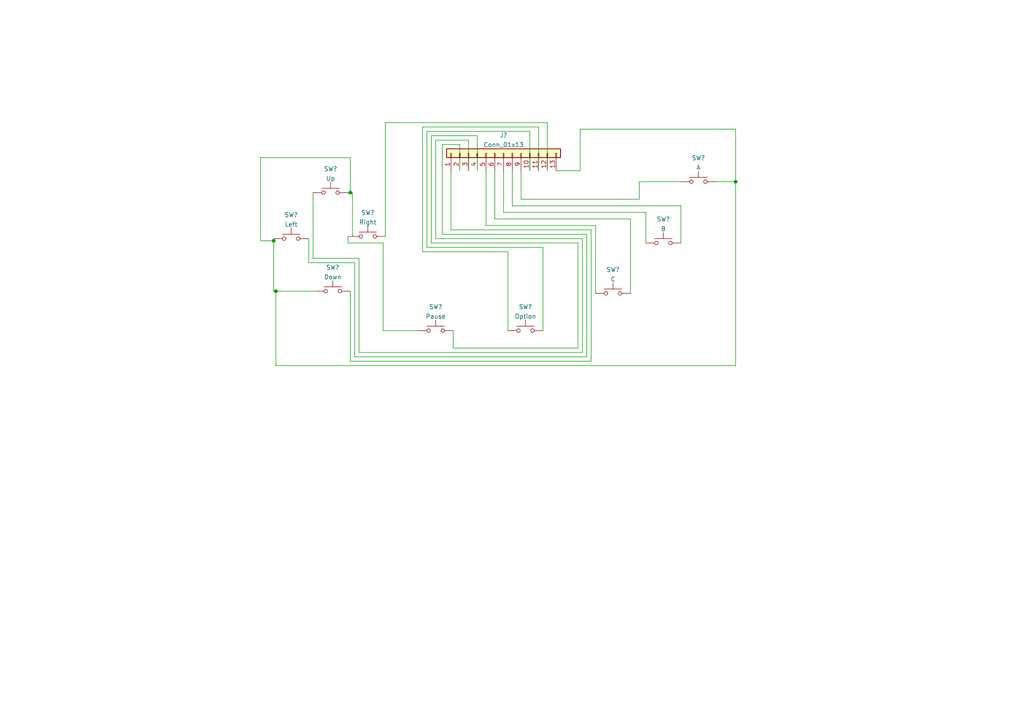
<source format=kicad_sch>
(kicad_sch (version 20211123) (generator eeschema)
  (paper "A4")
  (lib_symbols
    (symbol "Connector_Generic:Conn_01x13" (pin_names (offset 1.016) hide)
      (property "Reference" "J" (at 0 17.78 0))
      (property "Value" "Conn_01x13" (at 0 -17.78 0))
      (symbol "Conn_01x13_1_1"
        (rectangle (start -1.27 -15.113) (end 0 -15.367) (stroke (width 0.1524)))
        (rectangle (start -1.27 -12.573) (end 0 -12.827) (stroke (width 0.1524)))
        (rectangle (start -1.27 -10.033) (end 0 -10.287) (stroke (width 0.1524)))
        (rectangle (start -1.27 -7.493) (end 0 -7.747) (stroke (width 0.1524)))
        (rectangle (start -1.27 -4.953) (end 0 -5.207) (stroke (width 0.1524)))
        (rectangle (start -1.27 -2.413) (end 0 -2.667) (stroke (width 0.1524)))
        (rectangle (start -1.27 0.127) (end 0 -0.127) (stroke (width 0.1524)))
        (rectangle (start -1.27 2.667) (end 0 2.413) (stroke (width 0.1524)))
        (rectangle (start -1.27 5.207) (end 0 4.953) (stroke (width 0.1524)))
        (rectangle (start -1.27 7.747) (end 0 7.493) (stroke (width 0.1524)))
        (rectangle (start -1.27 10.287) (end 0 10.033) (stroke (width 0.1524)))
        (rectangle (start -1.27 12.827) (end 0 12.573) (stroke (width 0.1524)))
        (rectangle (start -1.27 15.367) (end 0 15.113) (stroke (width 0.1524)))
        (rectangle (start -1.27 16.51) (end 1.27 -16.51) (stroke (width 0.254)) (fill (type background)))
        (pin passive line (at -5.08 15.24 0) (length 3.81) (name "Pin_1") (number "1"))
        (pin passive line (at -5.08 -7.62 0) (length 3.81) (name "Pin_10") (number "10"))
        (pin passive line (at -5.08 -10.16 0) (length 3.81) (name "Pin_11") (number "11"))
        (pin passive line (at -5.08 -12.7 0) (length 3.81) (name "Pin_12") (number "12"))
        (pin passive line (at -5.08 -15.24 0) (length 3.81) (name "Pin_13") (number "13"))
        (pin passive line (at -5.08 12.7 0) (length 3.81) (name "Pin_2") (number "2"))
        (pin passive line (at -5.08 10.16 0) (length 3.81) (name "Pin_3") (number "3"))
        (pin passive line (at -5.08 7.62 0) (length 3.81) (name "Pin_4") (number "4"))
        (pin passive line (at -5.08 5.08 0) (length 3.81) (name "Pin_5") (number "5"))
        (pin passive line (at -5.08 2.54 0) (length 3.81) (name "Pin_6") (number "6"))
        (pin passive line (at -5.08 0 0) (length 3.81) (name "Pin_7") (number "7"))
        (pin passive line (at -5.08 -2.54 0) (length 3.81) (name "Pin_8") (number "8"))
        (pin passive line (at -5.08 -5.08 0) (length 3.81) (name "Pin_9") (number "9"))
      )
    )
    (symbol "Switch:SW_Push" (pin_numbers hide) (pin_names (offset 1.016) hide)
      (property "Reference" "SW" (at 1.27 2.54 0))
      (property "Value" "SW_Push" (at 0 -1.524 0))
      (symbol "SW_Push_0_1"
        (circle (center -2.032 0) (radius 0.508))
        (polyline (pts (xy 0 1.27) (xy 0 3.048)))
        (polyline (pts (xy 2.54 1.27) (xy -2.54 1.27)))
        (circle (center 2.032 0) (radius 0.508))
        (pin passive line (at -5.08 0 0) (length 2.54) (name "1") (number "1"))
        (pin passive line (at 5.08 0 180) (length 2.54) (name "2") (number "2"))
      )
    )
  )
  (junction (at 79.375 69.85))
  (junction (at 80.01 84.455))
  (junction (at 101.6 55.88))
  (junction (at 213.36 52.705))
  (wire (pts (xy 80.01 84.455) (xy 80.01 106.045)))
  (wire (pts (xy 146.05 49.53) (xy 146.05 61.595)))
  (wire (pts (xy 168.275 49.53) (xy 168.275 37.465)))
  (wire (pts (xy 130.81 66.675) (xy 171.45 66.675)))
  (wire (pts (xy 102.235 55.88) (xy 101.6 55.88)))
  (wire (pts (xy 122.555 73.025) (xy 147.32 73.025)))
  (wire (pts (xy 111.76 35.56) (xy 158.75 35.56)))
  (wire (pts (xy 101.6 104.775) (xy 101.6 84.455)))
  (wire (pts (xy 187.325 70.485) (xy 187.325 61.595)))
  (wire (pts (xy 140.97 49.53) (xy 140.97 65.405)))
  (wire (pts (xy 111.125 70.485) (xy 100.965 70.485)))
  (wire (pts (xy 130.81 49.53) (xy 130.81 66.675)))
  (wire (pts (xy 135.89 40.64) (xy 126.365 40.64)))
  (wire (pts (xy 213.36 37.465) (xy 213.36 52.705)))
  (wire (pts (xy 213.36 52.705) (xy 213.36 106.045)))
  (wire (pts (xy 123.825 71.755) (xy 123.825 38.1)))
  (wire (pts (xy 143.51 63.5) (xy 143.51 49.53)))
  (wire (pts (xy 101.6 45.72) (xy 75.565 45.72)))
  (wire (pts (xy 101.6 55.88) (xy 100.965 55.88)))
  (wire (pts (xy 111.125 95.885) (xy 111.125 70.485)))
  (wire (pts (xy 125.095 70.485) (xy 125.095 39.37)))
  (wire (pts (xy 171.45 66.675) (xy 171.45 104.775)))
  (wire (pts (xy 133.35 41.91) (xy 133.35 49.53)))
  (wire (pts (xy 89.535 69.215) (xy 89.535 76.2)))
  (wire (pts (xy 171.45 104.775) (xy 101.6 104.775)))
  (wire (pts (xy 126.365 40.64) (xy 126.365 69.215)))
  (wire (pts (xy 153.67 38.1) (xy 153.67 49.53)))
  (wire (pts (xy 156.21 36.83) (xy 122.555 36.83)))
  (wire (pts (xy 121.285 95.885) (xy 111.125 95.885)))
  (wire (pts (xy 187.325 61.595) (xy 146.05 61.595)))
  (wire (pts (xy 104.14 102.235) (xy 104.14 74.93)))
  (wire (pts (xy 197.485 59.69) (xy 197.485 70.485)))
  (wire (pts (xy 131.445 95.885) (xy 131.445 100.965)))
  (wire (pts (xy 168.275 37.465) (xy 213.36 37.465)))
  (wire (pts (xy 158.75 35.56) (xy 158.75 49.53)))
  (wire (pts (xy 168.91 102.235) (xy 104.14 102.235)))
  (wire (pts (xy 102.87 76.2) (xy 102.87 103.505)))
  (wire (pts (xy 125.095 39.37) (xy 138.43 39.37)))
  (wire (pts (xy 157.48 95.885) (xy 157.48 71.755)))
  (wire (pts (xy 128.27 41.91) (xy 133.35 41.91)))
  (wire (pts (xy 161.29 49.53) (xy 168.275 49.53)))
  (wire (pts (xy 197.485 52.705) (xy 185.42 52.705)))
  (wire (pts (xy 167.64 70.485) (xy 125.095 70.485)))
  (wire (pts (xy 172.72 65.405) (xy 172.72 85.09)))
  (wire (pts (xy 213.36 52.705) (xy 207.645 52.705)))
  (wire (pts (xy 185.42 52.705) (xy 185.42 57.785)))
  (wire (pts (xy 79.375 84.455) (xy 80.01 84.455)))
  (wire (pts (xy 111.76 68.58) (xy 111.76 35.56)))
  (wire (pts (xy 104.14 74.93) (xy 90.805 74.93)))
  (wire (pts (xy 135.89 49.53) (xy 135.89 40.64)))
  (wire (pts (xy 168.91 69.215) (xy 168.91 102.235)))
  (wire (pts (xy 75.565 45.72) (xy 75.565 69.85)))
  (wire (pts (xy 128.27 67.945) (xy 128.27 41.91)))
  (wire (pts (xy 140.97 65.405) (xy 172.72 65.405)))
  (wire (pts (xy 101.6 55.88) (xy 101.6 45.72)))
  (wire (pts (xy 147.32 73.025) (xy 147.32 95.885)))
  (wire (pts (xy 138.43 39.37) (xy 138.43 49.53)))
  (wire (pts (xy 156.21 49.53) (xy 156.21 36.83)))
  (wire (pts (xy 80.01 84.455) (xy 91.44 84.455)))
  (wire (pts (xy 131.445 100.965) (xy 167.64 100.965)))
  (wire (pts (xy 79.375 69.85) (xy 79.375 69.215)))
  (wire (pts (xy 126.365 69.215) (xy 168.91 69.215)))
  (wire (pts (xy 102.87 103.505) (xy 170.18 103.505)))
  (wire (pts (xy 100.965 68.58) (xy 101.6 68.58)))
  (wire (pts (xy 170.18 103.505) (xy 170.18 67.945)))
  (wire (pts (xy 151.13 57.785) (xy 151.13 49.53)))
  (wire (pts (xy 167.64 100.965) (xy 167.64 70.485)))
  (wire (pts (xy 100.965 70.485) (xy 100.965 68.58)))
  (wire (pts (xy 123.825 38.1) (xy 153.67 38.1)))
  (wire (pts (xy 157.48 71.755) (xy 123.825 71.755)))
  (wire (pts (xy 80.01 106.045) (xy 213.36 106.045)))
  (wire (pts (xy 102.235 68.58) (xy 102.235 55.88)))
  (wire (pts (xy 75.565 69.85) (xy 79.375 69.85)))
  (wire (pts (xy 148.59 49.53) (xy 148.59 59.69)))
  (wire (pts (xy 170.18 67.945) (xy 128.27 67.945)))
  (wire (pts (xy 148.59 59.69) (xy 197.485 59.69)))
  (wire (pts (xy 185.42 57.785) (xy 151.13 57.785)))
  (wire (pts (xy 122.555 36.83) (xy 122.555 73.025)))
  (wire (pts (xy 90.805 55.88) (xy 90.805 74.93)))
  (wire (pts (xy 182.88 85.09) (xy 182.88 63.5)))
  (wire (pts (xy 79.375 69.85) (xy 79.375 84.455)))
  (wire (pts (xy 89.535 76.2) (xy 102.87 76.2)))
  (wire (pts (xy 182.88 63.5) (xy 143.51 63.5)))
  (symbol (lib_id "Switch:SW_Push") (at 126.365 95.885 0) (unit 1)
    (property "Reference" "SW?" (at 126.365 88.9975 0))
    (property "Value" "Pause" (at 126.365 91.7726 0))
  )
  (symbol (lib_id "Switch:SW_Push") (at 95.885 55.88 0) (unit 1)
    (property "Reference" "SW?" (at 95.885 48.9925 0))
    (property "Value" "Up" (at 95.885 51.7676 0))
  )
  (symbol (lib_id "Switch:SW_Push") (at 177.8 85.09 0) (unit 1)
    (property "Reference" "SW?" (at 177.8 78.2025 0))
    (property "Value" "C" (at 177.8 80.9776 0))
  )
  (symbol (lib_id "Switch:SW_Push") (at 84.455 69.215 0) (unit 1)
    (property "Reference" "SW?" (at 84.455 62.3275 0))
    (property "Value" "Left" (at 84.455 65.1026 0))
  )
  (symbol (lib_id "Switch:SW_Push") (at 106.68 68.58 0) (unit 1)
    (property "Reference" "SW?" (at 106.68 61.6925 0))
    (property "Value" "Right" (at 106.68 64.4676 0))
  )
  (symbol (lib_id "Switch:SW_Push") (at 96.52 84.455 0) (unit 1)
    (property "Reference" "SW?" (at 96.52 77.5675 0))
    (property "Value" "Down" (at 96.52 80.3426 0))
  )
  (symbol (lib_id "Switch:SW_Push") (at 152.4 95.885 0) (unit 1)
    (property "Reference" "SW?" (at 152.4 88.9975 0))
    (property "Value" "Option" (at 152.4 91.7726 0))
  )
  (symbol (lib_id "Switch:SW_Push") (at 192.405 70.485 0) (unit 1)
    (property "Reference" "SW?" (at 192.405 63.5975 0))
    (property "Value" "B" (at 192.405 66.3726 0))
  )
  (symbol (lib_id "Switch:SW_Push") (at 202.565 52.705 0) (unit 1)
    (property "Reference" "SW?" (at 202.565 45.8175 0))
    (property "Value" "A" (at 202.565 48.5926 0))
  )
  (symbol (lib_id "Connector_Generic:Conn_01x13") (at 146.05 44.45 90) (unit 1)
    (property "Reference" "J?" (at 146.05 39.2135 90))
    (property "Value" "Conn_01x13" (at 146.05 41.9886 90))
  )
)
</source>
